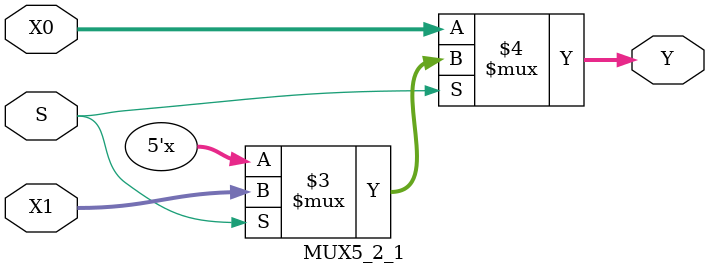
<source format=v>
`timescale 1ns / 1ps
module MUX5_2_1(X1,X0,S,Y
    );
	 input[4:0]X1,X0;
	 input S;
	 output[4:0]Y;
	 assign Y=(S==1'b0)?X0:(S==1'b1)?X1:5'bzzzzz;


endmodule

</source>
